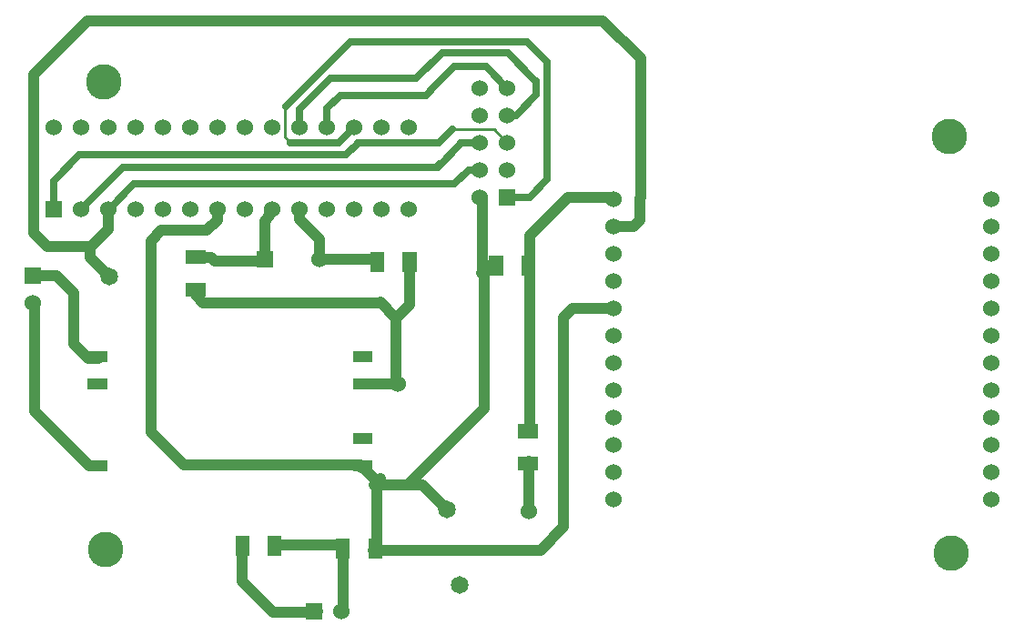
<source format=gbr>
G04 start of page 2 for group 0 idx 0 *
G04 Title: (unknown), VCC *
G04 Creator: pcb 20110918 *
G04 CreationDate: Tue 14 Apr 2015 10:20:40 PM GMT UTC *
G04 For: andrew *
G04 Format: Gerber/RS-274X *
G04 PCB-Dimensions: 374016 236220 *
G04 PCB-Coordinate-Origin: lower left *
%MOIN*%
%FSLAX25Y25*%
%LNTOP*%
%ADD26C,0.0460*%
%ADD25C,0.0280*%
%ADD24C,0.0380*%
%ADD23C,0.1260*%
%ADD22C,0.0350*%
%ADD21C,0.1260*%
%ADD20C,0.1300*%
%ADD19C,0.1300*%
%ADD18R,0.0394X0.0394*%
%ADD17R,0.0512X0.0512*%
%ADD16C,0.0650*%
%ADD15C,0.0001*%
%ADD14C,0.0600*%
%ADD13C,0.0100*%
%ADD12C,0.0250*%
%ADD11C,0.0400*%
G54D11*X216024Y226732D02*X229803Y212952D01*
Y162874D01*
X219770Y151490D02*X227278D01*
X229488Y153700D01*
Y161653D01*
X229803Y161968D01*
Y166574D01*
X27205Y226732D02*X216024D01*
G54D12*X114902Y187711D02*Y194508D01*
X119843Y199448D01*
X151142D01*
X126240Y181948D02*X155965D01*
X116260Y205551D02*X147559D01*
X157087Y215078D01*
X181142D01*
X191063Y205157D01*
X191673Y204547D02*Y200059D01*
X181063Y192126D02*X184154D01*
X191673Y199645D01*
X188386Y219055D02*X123425D01*
G54D13*X99528Y195157D02*Y184133D01*
X101772Y181889D01*
G54D12*X104902Y194193D02*X116260Y205551D01*
X123425Y219055D02*X99803Y195433D01*
X161496Y209921D02*X173268D01*
X181063Y202126D01*
X151142Y199448D02*X154606Y202913D01*
Y203031D01*
X161496Y209921D01*
X155965Y181948D02*X160906Y186889D01*
G54D13*X164134Y182126D02*X156220Y174212D01*
G54D12*X156378Y174370D02*X155118Y173110D01*
X181063Y162126D02*X189252D01*
X195630Y168503D01*
Y211811D01*
X188386Y219055D01*
G54D13*X160906Y186889D02*X176299D01*
X181063Y182126D01*
X171063D02*X164134D01*
G54D12*X171063D02*X163858D01*
Y181535D01*
X155433Y173110D01*
X171063Y172126D02*X166772D01*
X161496Y166850D01*
X104902Y187711D02*Y194193D01*
X121929Y177637D02*X24370D01*
X155118Y173110D02*X40300D01*
X24902Y157711D01*
X44311Y166850D02*X34902Y157440D01*
X161496Y166850D02*X44311D01*
G54D11*X94028Y156838D02*Y155248D01*
X92087Y153307D01*
Y139528D01*
X92280Y139335D01*
X92087Y138464D02*X91142D01*
G54D12*X101614Y181889D02*X119080D01*
X124902Y187711D01*
X126417Y182126D02*X121929Y177637D01*
G54D11*X94764Y157573D02*X94902Y157711D01*
X104902D02*Y153995D01*
X112244Y146653D01*
Y139371D01*
X112280Y139335D01*
X92953Y138662D02*X74015D01*
X72520Y140157D01*
X66891D01*
X66811Y140077D01*
X28278Y143553D02*Y139926D01*
X112280Y139335D02*X127043D01*
X127323D02*X132397D01*
X133465Y138267D01*
X13858Y213385D02*X27205Y226732D01*
X7598Y171102D02*Y207126D01*
X14409Y213937D01*
X34902Y156889D02*Y150177D01*
X28622Y143897D01*
X12559D01*
X7598Y148858D01*
X28278Y139926D02*X35217Y132987D01*
X7598Y148858D02*Y175236D01*
G54D12*X24370Y177637D02*X14843Y168110D01*
Y157771D01*
X14902Y157711D01*
G54D11*X188817Y65176D02*Y47329D01*
X66811Y128267D02*Y126181D01*
X69724Y123267D01*
X134921D01*
X128003Y93531D02*X140643D01*
X140354Y117834D02*Y93531D01*
X134567Y123622D02*X140354Y117834D01*
X139920Y117638D02*X140354Y117204D01*
X134921Y123267D02*X135906Y122283D01*
X145275Y138267D02*Y122558D01*
X140354Y117637D01*
X83977Y34291D02*Y21337D01*
X95315Y10000D01*
X109967D01*
X110180Y10213D01*
X187794Y77166D02*X188583Y76377D01*
X189154Y75807D02*Y147927D01*
X202717Y161490D01*
X203369Y162143D02*X219118D01*
X219770Y161490D01*
X109167Y34527D02*X120827D01*
X111097Y10518D02*X111401Y10213D01*
G54D12*X120827Y10860D02*X120180Y10213D01*
G54D11*X120827Y33346D02*Y10860D01*
X109882Y34527D02*X96024D01*
X95787Y34291D01*
X30917Y63531D02*X27965D01*
X7953Y83543D01*
Y122675D01*
X7168Y123460D01*
X30791Y103657D02*X30917Y103531D01*
X31338Y103109D02*X27402D01*
X22126Y108385D01*
Y125984D01*
X7168Y133460D02*X15792D01*
X22126Y127126D01*
X134441Y58937D02*X133349Y57845D01*
X134519Y58586D02*X133563Y57631D01*
X133759Y57435D02*X133875D01*
X133193Y58001D02*X133271D01*
X133756Y58252D02*Y57858D01*
X128003Y63191D02*X132647Y58547D01*
X128003Y63531D02*Y63191D01*
X127464Y62992D02*X128004Y63531D01*
X74902Y157711D02*Y157618D01*
X127297Y63897D02*X129121Y62073D01*
X74902Y157381D02*Y153799D01*
X133165Y57661D02*Y33875D01*
X53858Y72716D02*X62677Y63897D01*
X127297D01*
X74902Y153799D02*X70984Y149881D01*
X54252D01*
X50472Y146102D01*
Y76102D01*
X53976Y72598D01*
X132830Y33539D02*X132637Y33346D01*
X193150Y32834D02*X132125D01*
X133165Y33875D02*X133090Y33799D01*
X132125Y32834D02*X131870Y32579D01*
X201575Y118070D02*Y41259D01*
X193150Y32834D01*
X144651Y56795D02*X149902D01*
X158964Y47733D01*
X219770Y121490D02*X204995D01*
X201575Y118070D01*
X132299Y56795D02*X144433D01*
X172441Y84803D01*
Y136771D01*
X171969Y134724D02*Y161220D01*
X171063Y162126D01*
X176851Y137086D02*X174331D01*
X171713Y134468D01*
X172441Y136771D02*X172756Y137086D01*
G54D14*X219770Y161490D03*
Y151490D03*
Y141490D03*
Y131490D03*
Y121490D03*
Y111490D03*
Y101490D03*
Y91490D03*
Y81490D03*
Y71490D03*
Y61490D03*
Y51490D03*
X358270Y131490D03*
Y121490D03*
Y111490D03*
Y101490D03*
Y161490D03*
Y151490D03*
Y141490D03*
Y91490D03*
Y81490D03*
Y71490D03*
Y61490D03*
Y51490D03*
G54D15*G36*
X4168Y136460D02*Y130460D01*
X10168D01*
Y136460D01*
X4168D01*
G37*
G54D14*X7168Y123460D03*
X54902Y157711D03*
X64902D03*
G54D15*G36*
X11902Y160711D02*Y154711D01*
X17902D01*
Y160711D01*
X11902D01*
G37*
G54D14*X24902Y157711D03*
X34902D03*
X44902D03*
G54D16*X35217Y132987D03*
G54D14*X74902Y157711D03*
X84902D03*
X104902Y187711D03*
X94902D03*
X84902D03*
X74902D03*
X64902D03*
X54902D03*
X44902D03*
X34902D03*
X24902D03*
X14902D03*
X94902Y157711D03*
X104902D03*
X114902D03*
X124902D03*
X134902D03*
X144902D03*
Y187711D03*
X134902D03*
X124902D03*
X114902D03*
G54D15*G36*
X107180Y13213D02*Y7213D01*
X113180D01*
Y13213D01*
X107180D01*
G37*
G54D14*X120180Y10213D03*
G54D16*X163605Y20160D03*
X158964Y47733D03*
G54D15*G36*
X89280Y142335D02*Y136335D01*
X95280D01*
Y142335D01*
X89280D01*
G37*
G54D14*X112280Y139335D03*
G54D15*G36*
X178063Y165126D02*Y159126D01*
X184063D01*
Y165126D01*
X178063D01*
G37*
G54D14*X171063Y162126D03*
X181063Y172126D03*
X171063D03*
X181063Y182126D03*
X171063D03*
X181063Y192126D03*
X171063D03*
X181063Y202126D03*
X171063D03*
G54D17*X176851Y138267D02*Y135905D01*
X188661Y138267D02*Y135905D01*
X187402Y76377D02*X189764D01*
X132637Y34527D02*Y32165D01*
G54D18*X126429Y103531D02*X129578D01*
G54D17*X187402Y64567D02*X189764D01*
X133465Y139448D02*Y137086D01*
X145275Y139448D02*Y137086D01*
G54D18*X126429Y63531D02*X129578D01*
X29342Y103531D02*X32492D01*
X29342Y93531D02*X32492D01*
X29342Y63531D02*X32492D01*
X126429Y73531D02*X129578D01*
X126429Y93531D02*X129578D01*
G54D17*X95787Y35472D02*Y33110D01*
X83977Y35472D02*Y33110D01*
X65630Y140077D02*X67992D01*
X65630Y128267D02*X67992D01*
X120827Y34527D02*Y32165D01*
G54D19*X342986Y184195D03*
X343446Y31605D03*
X33268Y204370D03*
G54D14*X140759Y93608D03*
X188739Y47134D03*
G54D20*X33774Y33069D03*
G54D21*G54D22*G54D23*G54D24*G54D25*G54D26*G54D25*G54D24*G54D26*G54D25*G54D24*M02*

</source>
